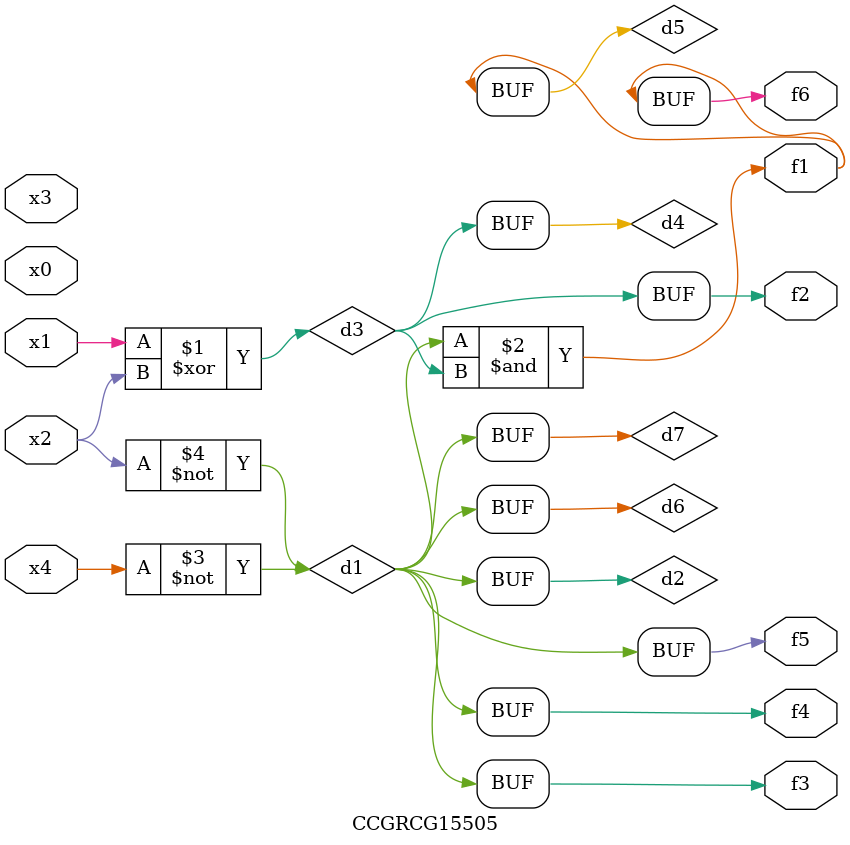
<source format=v>
module CCGRCG15505(
	input x0, x1, x2, x3, x4,
	output f1, f2, f3, f4, f5, f6
);

	wire d1, d2, d3, d4, d5, d6, d7;

	not (d1, x4);
	not (d2, x2);
	xor (d3, x1, x2);
	buf (d4, d3);
	and (d5, d1, d3);
	buf (d6, d1, d2);
	buf (d7, d2);
	assign f1 = d5;
	assign f2 = d4;
	assign f3 = d7;
	assign f4 = d7;
	assign f5 = d7;
	assign f6 = d5;
endmodule

</source>
